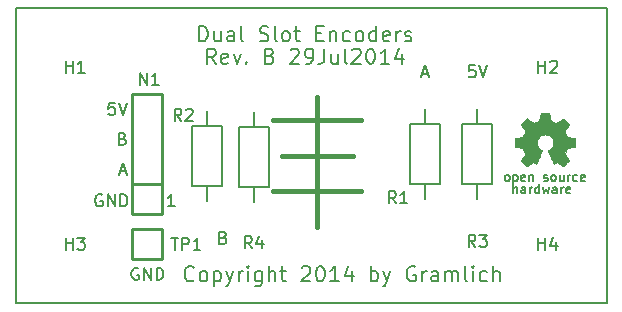
<source format=gto>
%FSLAX34Y34*%
G04 Gerber Fmt 3.4, Leading zero omitted, Abs format*
G04 (created by PCBNEW (2014-jan-25)-product) date Tue 29 Jul 2014 09:42:42 AM PDT*
%MOIN*%
G01*
G70*
G90*
G04 APERTURE LIST*
%ADD10C,0.003937*%
%ADD11C,0.008000*%
%ADD12C,0.015748*%
%ADD13C,0.006000*%
%ADD14C,0.007874*%
%ADD15C,0.010000*%
%ADD16C,0.005906*%
%ADD17C,0.000100*%
G04 APERTURE END LIST*
G54D10*
G54D11*
X43445Y-48050D02*
X43407Y-48030D01*
X43350Y-48030D01*
X43292Y-48050D01*
X43254Y-48088D01*
X43235Y-48126D01*
X43216Y-48202D01*
X43216Y-48259D01*
X43235Y-48335D01*
X43254Y-48373D01*
X43292Y-48411D01*
X43350Y-48430D01*
X43388Y-48430D01*
X43445Y-48411D01*
X43464Y-48392D01*
X43464Y-48259D01*
X43388Y-48259D01*
X43635Y-48430D02*
X43635Y-48030D01*
X43864Y-48430D01*
X43864Y-48030D01*
X44054Y-48430D02*
X44054Y-48030D01*
X44150Y-48030D01*
X44207Y-48050D01*
X44245Y-48088D01*
X44264Y-48126D01*
X44283Y-48202D01*
X44283Y-48259D01*
X44264Y-48335D01*
X44245Y-48373D01*
X44207Y-48411D01*
X44150Y-48430D01*
X44054Y-48430D01*
X54673Y-41280D02*
X54483Y-41280D01*
X54464Y-41471D01*
X54483Y-41452D01*
X54521Y-41433D01*
X54616Y-41433D01*
X54654Y-41452D01*
X54673Y-41471D01*
X54692Y-41509D01*
X54692Y-41604D01*
X54673Y-41642D01*
X54654Y-41661D01*
X54616Y-41680D01*
X54521Y-41680D01*
X54483Y-41661D01*
X54464Y-41642D01*
X54807Y-41280D02*
X54940Y-41680D01*
X55073Y-41280D01*
X46278Y-47021D02*
X46335Y-47040D01*
X46354Y-47059D01*
X46373Y-47097D01*
X46373Y-47154D01*
X46354Y-47192D01*
X46335Y-47211D01*
X46297Y-47230D01*
X46145Y-47230D01*
X46145Y-46830D01*
X46278Y-46830D01*
X46316Y-46850D01*
X46335Y-46869D01*
X46354Y-46907D01*
X46354Y-46945D01*
X46335Y-46983D01*
X46316Y-47002D01*
X46278Y-47021D01*
X46145Y-47021D01*
X52904Y-41566D02*
X53095Y-41566D01*
X52866Y-41680D02*
X53000Y-41280D01*
X53133Y-41680D01*
X42661Y-42530D02*
X42471Y-42530D01*
X42452Y-42721D01*
X42471Y-42702D01*
X42509Y-42683D01*
X42604Y-42683D01*
X42642Y-42702D01*
X42661Y-42721D01*
X42680Y-42759D01*
X42680Y-42854D01*
X42661Y-42892D01*
X42642Y-42911D01*
X42604Y-42930D01*
X42509Y-42930D01*
X42471Y-42911D01*
X42452Y-42892D01*
X42795Y-42530D02*
X42928Y-42930D01*
X43061Y-42530D01*
X42928Y-43721D02*
X42985Y-43740D01*
X43004Y-43759D01*
X43023Y-43797D01*
X43023Y-43854D01*
X43004Y-43892D01*
X42985Y-43911D01*
X42947Y-43930D01*
X42795Y-43930D01*
X42795Y-43530D01*
X42928Y-43530D01*
X42966Y-43550D01*
X42985Y-43569D01*
X43004Y-43607D01*
X43004Y-43645D01*
X42985Y-43683D01*
X42966Y-43702D01*
X42928Y-43721D01*
X42795Y-43721D01*
X42833Y-44816D02*
X43023Y-44816D01*
X42795Y-44930D02*
X42928Y-44530D01*
X43061Y-44930D01*
X42235Y-45600D02*
X42197Y-45580D01*
X42140Y-45580D01*
X42083Y-45600D01*
X42045Y-45638D01*
X42026Y-45676D01*
X42007Y-45752D01*
X42007Y-45809D01*
X42026Y-45885D01*
X42045Y-45923D01*
X42083Y-45961D01*
X42140Y-45980D01*
X42178Y-45980D01*
X42235Y-45961D01*
X42254Y-45942D01*
X42254Y-45809D01*
X42178Y-45809D01*
X42426Y-45980D02*
X42426Y-45580D01*
X42654Y-45980D01*
X42654Y-45580D01*
X42845Y-45980D02*
X42845Y-45580D01*
X42940Y-45580D01*
X42997Y-45600D01*
X43035Y-45638D01*
X43054Y-45676D01*
X43073Y-45752D01*
X43073Y-45809D01*
X43054Y-45885D01*
X43035Y-45923D01*
X42997Y-45961D01*
X42940Y-45980D01*
X42845Y-45980D01*
X44664Y-45980D02*
X44435Y-45980D01*
X44550Y-45980D02*
X44550Y-45580D01*
X44511Y-45638D01*
X44473Y-45676D01*
X44435Y-45695D01*
G54D12*
X47933Y-43110D02*
X50885Y-43110D01*
G54D11*
X45297Y-48428D02*
X45273Y-48452D01*
X45202Y-48476D01*
X45154Y-48476D01*
X45083Y-48452D01*
X45035Y-48404D01*
X45011Y-48357D01*
X44988Y-48261D01*
X44988Y-48190D01*
X45011Y-48095D01*
X45035Y-48047D01*
X45083Y-48000D01*
X45154Y-47976D01*
X45202Y-47976D01*
X45273Y-48000D01*
X45297Y-48023D01*
X45583Y-48476D02*
X45535Y-48452D01*
X45511Y-48428D01*
X45488Y-48380D01*
X45488Y-48238D01*
X45511Y-48190D01*
X45535Y-48166D01*
X45583Y-48142D01*
X45654Y-48142D01*
X45702Y-48166D01*
X45726Y-48190D01*
X45750Y-48238D01*
X45750Y-48380D01*
X45726Y-48428D01*
X45702Y-48452D01*
X45654Y-48476D01*
X45583Y-48476D01*
X45964Y-48142D02*
X45964Y-48642D01*
X45964Y-48166D02*
X46011Y-48142D01*
X46107Y-48142D01*
X46154Y-48166D01*
X46178Y-48190D01*
X46202Y-48238D01*
X46202Y-48380D01*
X46178Y-48428D01*
X46154Y-48452D01*
X46107Y-48476D01*
X46011Y-48476D01*
X45964Y-48452D01*
X46369Y-48142D02*
X46488Y-48476D01*
X46607Y-48142D02*
X46488Y-48476D01*
X46440Y-48595D01*
X46416Y-48619D01*
X46369Y-48642D01*
X46797Y-48476D02*
X46797Y-48142D01*
X46797Y-48238D02*
X46821Y-48190D01*
X46845Y-48166D01*
X46892Y-48142D01*
X46940Y-48142D01*
X47107Y-48476D02*
X47107Y-48142D01*
X47107Y-47976D02*
X47083Y-48000D01*
X47107Y-48023D01*
X47130Y-48000D01*
X47107Y-47976D01*
X47107Y-48023D01*
X47559Y-48142D02*
X47559Y-48547D01*
X47535Y-48595D01*
X47511Y-48619D01*
X47464Y-48642D01*
X47392Y-48642D01*
X47345Y-48619D01*
X47559Y-48452D02*
X47511Y-48476D01*
X47416Y-48476D01*
X47369Y-48452D01*
X47345Y-48428D01*
X47321Y-48380D01*
X47321Y-48238D01*
X47345Y-48190D01*
X47369Y-48166D01*
X47416Y-48142D01*
X47511Y-48142D01*
X47559Y-48166D01*
X47797Y-48476D02*
X47797Y-47976D01*
X48011Y-48476D02*
X48011Y-48214D01*
X47988Y-48166D01*
X47940Y-48142D01*
X47869Y-48142D01*
X47821Y-48166D01*
X47797Y-48190D01*
X48178Y-48142D02*
X48369Y-48142D01*
X48250Y-47976D02*
X48250Y-48404D01*
X48273Y-48452D01*
X48321Y-48476D01*
X48369Y-48476D01*
X48892Y-48023D02*
X48916Y-48000D01*
X48964Y-47976D01*
X49083Y-47976D01*
X49130Y-48000D01*
X49154Y-48023D01*
X49178Y-48071D01*
X49178Y-48119D01*
X49154Y-48190D01*
X48869Y-48476D01*
X49178Y-48476D01*
X49488Y-47976D02*
X49535Y-47976D01*
X49583Y-48000D01*
X49607Y-48023D01*
X49630Y-48071D01*
X49654Y-48166D01*
X49654Y-48285D01*
X49630Y-48380D01*
X49607Y-48428D01*
X49583Y-48452D01*
X49535Y-48476D01*
X49488Y-48476D01*
X49440Y-48452D01*
X49416Y-48428D01*
X49392Y-48380D01*
X49369Y-48285D01*
X49369Y-48166D01*
X49392Y-48071D01*
X49416Y-48023D01*
X49440Y-48000D01*
X49488Y-47976D01*
X50130Y-48476D02*
X49845Y-48476D01*
X49988Y-48476D02*
X49988Y-47976D01*
X49940Y-48047D01*
X49892Y-48095D01*
X49845Y-48119D01*
X50559Y-48142D02*
X50559Y-48476D01*
X50440Y-47952D02*
X50321Y-48309D01*
X50630Y-48309D01*
X51202Y-48476D02*
X51202Y-47976D01*
X51202Y-48166D02*
X51250Y-48142D01*
X51345Y-48142D01*
X51392Y-48166D01*
X51416Y-48190D01*
X51440Y-48238D01*
X51440Y-48380D01*
X51416Y-48428D01*
X51392Y-48452D01*
X51345Y-48476D01*
X51250Y-48476D01*
X51202Y-48452D01*
X51607Y-48142D02*
X51726Y-48476D01*
X51845Y-48142D02*
X51726Y-48476D01*
X51678Y-48595D01*
X51654Y-48619D01*
X51607Y-48642D01*
X52678Y-48000D02*
X52630Y-47976D01*
X52559Y-47976D01*
X52488Y-48000D01*
X52440Y-48047D01*
X52416Y-48095D01*
X52392Y-48190D01*
X52392Y-48261D01*
X52416Y-48357D01*
X52440Y-48404D01*
X52488Y-48452D01*
X52559Y-48476D01*
X52607Y-48476D01*
X52678Y-48452D01*
X52702Y-48428D01*
X52702Y-48261D01*
X52607Y-48261D01*
X52916Y-48476D02*
X52916Y-48142D01*
X52916Y-48238D02*
X52940Y-48190D01*
X52964Y-48166D01*
X53011Y-48142D01*
X53059Y-48142D01*
X53440Y-48476D02*
X53440Y-48214D01*
X53416Y-48166D01*
X53369Y-48142D01*
X53273Y-48142D01*
X53226Y-48166D01*
X53440Y-48452D02*
X53392Y-48476D01*
X53273Y-48476D01*
X53226Y-48452D01*
X53202Y-48404D01*
X53202Y-48357D01*
X53226Y-48309D01*
X53273Y-48285D01*
X53392Y-48285D01*
X53440Y-48261D01*
X53678Y-48476D02*
X53678Y-48142D01*
X53678Y-48190D02*
X53702Y-48166D01*
X53750Y-48142D01*
X53821Y-48142D01*
X53869Y-48166D01*
X53892Y-48214D01*
X53892Y-48476D01*
X53892Y-48214D02*
X53916Y-48166D01*
X53964Y-48142D01*
X54035Y-48142D01*
X54083Y-48166D01*
X54107Y-48214D01*
X54107Y-48476D01*
X54416Y-48476D02*
X54369Y-48452D01*
X54345Y-48404D01*
X54345Y-47976D01*
X54607Y-48476D02*
X54607Y-48142D01*
X54607Y-47976D02*
X54583Y-48000D01*
X54607Y-48023D01*
X54630Y-48000D01*
X54607Y-47976D01*
X54607Y-48023D01*
X55059Y-48452D02*
X55011Y-48476D01*
X54916Y-48476D01*
X54869Y-48452D01*
X54845Y-48428D01*
X54821Y-48380D01*
X54821Y-48238D01*
X54845Y-48190D01*
X54869Y-48166D01*
X54916Y-48142D01*
X55011Y-48142D01*
X55059Y-48166D01*
X55273Y-48476D02*
X55273Y-47976D01*
X55488Y-48476D02*
X55488Y-48214D01*
X55464Y-48166D01*
X55416Y-48142D01*
X55345Y-48142D01*
X55297Y-48166D01*
X55273Y-48190D01*
X46023Y-41226D02*
X45857Y-40988D01*
X45738Y-41226D02*
X45738Y-40726D01*
X45928Y-40726D01*
X45976Y-40750D01*
X46000Y-40773D01*
X46023Y-40821D01*
X46023Y-40892D01*
X46000Y-40940D01*
X45976Y-40964D01*
X45928Y-40988D01*
X45738Y-40988D01*
X46428Y-41202D02*
X46380Y-41226D01*
X46285Y-41226D01*
X46238Y-41202D01*
X46214Y-41154D01*
X46214Y-40964D01*
X46238Y-40916D01*
X46285Y-40892D01*
X46380Y-40892D01*
X46428Y-40916D01*
X46452Y-40964D01*
X46452Y-41011D01*
X46214Y-41059D01*
X46619Y-40892D02*
X46738Y-41226D01*
X46857Y-40892D01*
X47047Y-41178D02*
X47071Y-41202D01*
X47047Y-41226D01*
X47023Y-41202D01*
X47047Y-41178D01*
X47047Y-41226D01*
X47833Y-40964D02*
X47904Y-40988D01*
X47928Y-41011D01*
X47952Y-41059D01*
X47952Y-41130D01*
X47928Y-41178D01*
X47904Y-41202D01*
X47857Y-41226D01*
X47666Y-41226D01*
X47666Y-40726D01*
X47833Y-40726D01*
X47880Y-40750D01*
X47904Y-40773D01*
X47928Y-40821D01*
X47928Y-40869D01*
X47904Y-40916D01*
X47880Y-40940D01*
X47833Y-40964D01*
X47666Y-40964D01*
X48523Y-40773D02*
X48547Y-40750D01*
X48595Y-40726D01*
X48714Y-40726D01*
X48761Y-40750D01*
X48785Y-40773D01*
X48809Y-40821D01*
X48809Y-40869D01*
X48785Y-40940D01*
X48500Y-41226D01*
X48809Y-41226D01*
X49047Y-41226D02*
X49142Y-41226D01*
X49190Y-41202D01*
X49214Y-41178D01*
X49261Y-41107D01*
X49285Y-41011D01*
X49285Y-40821D01*
X49261Y-40773D01*
X49238Y-40750D01*
X49190Y-40726D01*
X49095Y-40726D01*
X49047Y-40750D01*
X49023Y-40773D01*
X49000Y-40821D01*
X49000Y-40940D01*
X49023Y-40988D01*
X49047Y-41011D01*
X49095Y-41035D01*
X49190Y-41035D01*
X49238Y-41011D01*
X49261Y-40988D01*
X49285Y-40940D01*
X49642Y-40726D02*
X49642Y-41083D01*
X49619Y-41154D01*
X49571Y-41202D01*
X49500Y-41226D01*
X49452Y-41226D01*
X50095Y-40892D02*
X50095Y-41226D01*
X49880Y-40892D02*
X49880Y-41154D01*
X49904Y-41202D01*
X49952Y-41226D01*
X50023Y-41226D01*
X50071Y-41202D01*
X50095Y-41178D01*
X50404Y-41226D02*
X50357Y-41202D01*
X50333Y-41154D01*
X50333Y-40726D01*
X50571Y-40773D02*
X50595Y-40750D01*
X50642Y-40726D01*
X50761Y-40726D01*
X50809Y-40750D01*
X50833Y-40773D01*
X50857Y-40821D01*
X50857Y-40869D01*
X50833Y-40940D01*
X50547Y-41226D01*
X50857Y-41226D01*
X51166Y-40726D02*
X51214Y-40726D01*
X51261Y-40750D01*
X51285Y-40773D01*
X51309Y-40821D01*
X51333Y-40916D01*
X51333Y-41035D01*
X51309Y-41130D01*
X51285Y-41178D01*
X51261Y-41202D01*
X51214Y-41226D01*
X51166Y-41226D01*
X51119Y-41202D01*
X51095Y-41178D01*
X51071Y-41130D01*
X51047Y-41035D01*
X51047Y-40916D01*
X51071Y-40821D01*
X51095Y-40773D01*
X51119Y-40750D01*
X51166Y-40726D01*
X51809Y-41226D02*
X51523Y-41226D01*
X51666Y-41226D02*
X51666Y-40726D01*
X51619Y-40797D01*
X51571Y-40845D01*
X51523Y-40869D01*
X52238Y-40892D02*
X52238Y-41226D01*
X52119Y-40702D02*
X52000Y-41059D01*
X52309Y-41059D01*
X45476Y-40476D02*
X45476Y-39976D01*
X45595Y-39976D01*
X45666Y-40000D01*
X45714Y-40047D01*
X45738Y-40095D01*
X45761Y-40190D01*
X45761Y-40261D01*
X45738Y-40357D01*
X45714Y-40404D01*
X45666Y-40452D01*
X45595Y-40476D01*
X45476Y-40476D01*
X46190Y-40142D02*
X46190Y-40476D01*
X45976Y-40142D02*
X45976Y-40404D01*
X46000Y-40452D01*
X46047Y-40476D01*
X46119Y-40476D01*
X46166Y-40452D01*
X46190Y-40428D01*
X46642Y-40476D02*
X46642Y-40214D01*
X46619Y-40166D01*
X46571Y-40142D01*
X46476Y-40142D01*
X46428Y-40166D01*
X46642Y-40452D02*
X46595Y-40476D01*
X46476Y-40476D01*
X46428Y-40452D01*
X46404Y-40404D01*
X46404Y-40357D01*
X46428Y-40309D01*
X46476Y-40285D01*
X46595Y-40285D01*
X46642Y-40261D01*
X46952Y-40476D02*
X46904Y-40452D01*
X46880Y-40404D01*
X46880Y-39976D01*
X47500Y-40452D02*
X47571Y-40476D01*
X47690Y-40476D01*
X47738Y-40452D01*
X47761Y-40428D01*
X47785Y-40380D01*
X47785Y-40333D01*
X47761Y-40285D01*
X47738Y-40261D01*
X47690Y-40238D01*
X47595Y-40214D01*
X47547Y-40190D01*
X47523Y-40166D01*
X47500Y-40119D01*
X47500Y-40071D01*
X47523Y-40023D01*
X47547Y-40000D01*
X47595Y-39976D01*
X47714Y-39976D01*
X47785Y-40000D01*
X48071Y-40476D02*
X48023Y-40452D01*
X48000Y-40404D01*
X48000Y-39976D01*
X48333Y-40476D02*
X48285Y-40452D01*
X48261Y-40428D01*
X48238Y-40380D01*
X48238Y-40238D01*
X48261Y-40190D01*
X48285Y-40166D01*
X48333Y-40142D01*
X48404Y-40142D01*
X48452Y-40166D01*
X48476Y-40190D01*
X48500Y-40238D01*
X48500Y-40380D01*
X48476Y-40428D01*
X48452Y-40452D01*
X48404Y-40476D01*
X48333Y-40476D01*
X48642Y-40142D02*
X48833Y-40142D01*
X48714Y-39976D02*
X48714Y-40404D01*
X48738Y-40452D01*
X48785Y-40476D01*
X48833Y-40476D01*
X49380Y-40214D02*
X49547Y-40214D01*
X49619Y-40476D02*
X49380Y-40476D01*
X49380Y-39976D01*
X49619Y-39976D01*
X49833Y-40142D02*
X49833Y-40476D01*
X49833Y-40190D02*
X49857Y-40166D01*
X49904Y-40142D01*
X49976Y-40142D01*
X50023Y-40166D01*
X50047Y-40214D01*
X50047Y-40476D01*
X50500Y-40452D02*
X50452Y-40476D01*
X50357Y-40476D01*
X50309Y-40452D01*
X50285Y-40428D01*
X50261Y-40380D01*
X50261Y-40238D01*
X50285Y-40190D01*
X50309Y-40166D01*
X50357Y-40142D01*
X50452Y-40142D01*
X50500Y-40166D01*
X50785Y-40476D02*
X50738Y-40452D01*
X50714Y-40428D01*
X50690Y-40380D01*
X50690Y-40238D01*
X50714Y-40190D01*
X50738Y-40166D01*
X50785Y-40142D01*
X50857Y-40142D01*
X50904Y-40166D01*
X50928Y-40190D01*
X50952Y-40238D01*
X50952Y-40380D01*
X50928Y-40428D01*
X50904Y-40452D01*
X50857Y-40476D01*
X50785Y-40476D01*
X51380Y-40476D02*
X51380Y-39976D01*
X51380Y-40452D02*
X51333Y-40476D01*
X51238Y-40476D01*
X51190Y-40452D01*
X51166Y-40428D01*
X51142Y-40380D01*
X51142Y-40238D01*
X51166Y-40190D01*
X51190Y-40166D01*
X51238Y-40142D01*
X51333Y-40142D01*
X51380Y-40166D01*
X51809Y-40452D02*
X51761Y-40476D01*
X51666Y-40476D01*
X51619Y-40452D01*
X51595Y-40404D01*
X51595Y-40214D01*
X51619Y-40166D01*
X51666Y-40142D01*
X51761Y-40142D01*
X51809Y-40166D01*
X51833Y-40214D01*
X51833Y-40261D01*
X51595Y-40309D01*
X52047Y-40476D02*
X52047Y-40142D01*
X52047Y-40238D02*
X52071Y-40190D01*
X52095Y-40166D01*
X52142Y-40142D01*
X52190Y-40142D01*
X52333Y-40452D02*
X52380Y-40476D01*
X52476Y-40476D01*
X52523Y-40452D01*
X52547Y-40404D01*
X52547Y-40380D01*
X52523Y-40333D01*
X52476Y-40309D01*
X52404Y-40309D01*
X52357Y-40285D01*
X52333Y-40238D01*
X52333Y-40214D01*
X52357Y-40166D01*
X52404Y-40142D01*
X52476Y-40142D01*
X52523Y-40166D01*
G54D13*
X55952Y-45543D02*
X55952Y-45243D01*
X56080Y-45543D02*
X56080Y-45386D01*
X56066Y-45358D01*
X56037Y-45343D01*
X55995Y-45343D01*
X55966Y-45358D01*
X55952Y-45372D01*
X56352Y-45543D02*
X56352Y-45386D01*
X56337Y-45358D01*
X56309Y-45343D01*
X56252Y-45343D01*
X56223Y-45358D01*
X56352Y-45529D02*
X56323Y-45543D01*
X56252Y-45543D01*
X56223Y-45529D01*
X56209Y-45500D01*
X56209Y-45472D01*
X56223Y-45443D01*
X56252Y-45429D01*
X56323Y-45429D01*
X56352Y-45415D01*
X56495Y-45543D02*
X56495Y-45343D01*
X56495Y-45400D02*
X56509Y-45372D01*
X56523Y-45358D01*
X56552Y-45343D01*
X56580Y-45343D01*
X56809Y-45543D02*
X56809Y-45243D01*
X56809Y-45529D02*
X56780Y-45543D01*
X56723Y-45543D01*
X56695Y-45529D01*
X56680Y-45515D01*
X56666Y-45486D01*
X56666Y-45400D01*
X56680Y-45372D01*
X56695Y-45358D01*
X56723Y-45343D01*
X56780Y-45343D01*
X56809Y-45358D01*
X56923Y-45343D02*
X56980Y-45543D01*
X57037Y-45400D01*
X57095Y-45543D01*
X57152Y-45343D01*
X57395Y-45543D02*
X57395Y-45386D01*
X57380Y-45358D01*
X57352Y-45343D01*
X57295Y-45343D01*
X57266Y-45358D01*
X57395Y-45529D02*
X57366Y-45543D01*
X57295Y-45543D01*
X57266Y-45529D01*
X57252Y-45500D01*
X57252Y-45472D01*
X57266Y-45443D01*
X57295Y-45429D01*
X57366Y-45429D01*
X57395Y-45415D01*
X57537Y-45543D02*
X57537Y-45343D01*
X57537Y-45400D02*
X57552Y-45372D01*
X57566Y-45358D01*
X57595Y-45343D01*
X57623Y-45343D01*
X57837Y-45529D02*
X57809Y-45543D01*
X57752Y-45543D01*
X57723Y-45529D01*
X57709Y-45500D01*
X57709Y-45386D01*
X57723Y-45358D01*
X57752Y-45343D01*
X57809Y-45343D01*
X57837Y-45358D01*
X57852Y-45386D01*
X57852Y-45415D01*
X57709Y-45443D01*
X55721Y-45135D02*
X55692Y-45121D01*
X55678Y-45107D01*
X55664Y-45078D01*
X55664Y-44992D01*
X55678Y-44964D01*
X55692Y-44950D01*
X55721Y-44935D01*
X55764Y-44935D01*
X55792Y-44950D01*
X55807Y-44964D01*
X55821Y-44992D01*
X55821Y-45078D01*
X55807Y-45107D01*
X55792Y-45121D01*
X55764Y-45135D01*
X55721Y-45135D01*
X55950Y-44935D02*
X55950Y-45235D01*
X55950Y-44950D02*
X55978Y-44935D01*
X56035Y-44935D01*
X56064Y-44950D01*
X56078Y-44964D01*
X56092Y-44992D01*
X56092Y-45078D01*
X56078Y-45107D01*
X56064Y-45121D01*
X56035Y-45135D01*
X55978Y-45135D01*
X55950Y-45121D01*
X56335Y-45121D02*
X56307Y-45135D01*
X56250Y-45135D01*
X56221Y-45121D01*
X56207Y-45092D01*
X56207Y-44978D01*
X56221Y-44950D01*
X56250Y-44935D01*
X56307Y-44935D01*
X56335Y-44950D01*
X56350Y-44978D01*
X56350Y-45007D01*
X56207Y-45035D01*
X56478Y-44935D02*
X56478Y-45135D01*
X56478Y-44964D02*
X56492Y-44950D01*
X56521Y-44935D01*
X56564Y-44935D01*
X56592Y-44950D01*
X56607Y-44978D01*
X56607Y-45135D01*
X56964Y-45121D02*
X56992Y-45135D01*
X57050Y-45135D01*
X57078Y-45121D01*
X57092Y-45092D01*
X57092Y-45078D01*
X57078Y-45050D01*
X57050Y-45035D01*
X57007Y-45035D01*
X56978Y-45021D01*
X56964Y-44992D01*
X56964Y-44978D01*
X56978Y-44950D01*
X57007Y-44935D01*
X57050Y-44935D01*
X57078Y-44950D01*
X57264Y-45135D02*
X57235Y-45121D01*
X57221Y-45107D01*
X57207Y-45078D01*
X57207Y-44992D01*
X57221Y-44964D01*
X57235Y-44950D01*
X57264Y-44935D01*
X57307Y-44935D01*
X57335Y-44950D01*
X57350Y-44964D01*
X57364Y-44992D01*
X57364Y-45078D01*
X57350Y-45107D01*
X57335Y-45121D01*
X57307Y-45135D01*
X57264Y-45135D01*
X57621Y-44935D02*
X57621Y-45135D01*
X57492Y-44935D02*
X57492Y-45092D01*
X57507Y-45121D01*
X57535Y-45135D01*
X57578Y-45135D01*
X57607Y-45121D01*
X57621Y-45107D01*
X57764Y-45135D02*
X57764Y-44935D01*
X57764Y-44992D02*
X57778Y-44964D01*
X57792Y-44950D01*
X57821Y-44935D01*
X57850Y-44935D01*
X58078Y-45121D02*
X58050Y-45135D01*
X57992Y-45135D01*
X57964Y-45121D01*
X57950Y-45107D01*
X57935Y-45078D01*
X57935Y-44992D01*
X57950Y-44964D01*
X57964Y-44950D01*
X57992Y-44935D01*
X58050Y-44935D01*
X58078Y-44950D01*
X58321Y-45121D02*
X58292Y-45135D01*
X58235Y-45135D01*
X58207Y-45121D01*
X58192Y-45092D01*
X58192Y-44978D01*
X58207Y-44950D01*
X58235Y-44935D01*
X58292Y-44935D01*
X58321Y-44950D01*
X58335Y-44978D01*
X58335Y-45007D01*
X58192Y-45035D01*
G54D12*
X47933Y-45472D02*
X50885Y-45472D01*
X49409Y-42322D02*
X49409Y-46653D01*
X48228Y-44291D02*
X50590Y-44291D01*
G54D11*
X39370Y-49212D02*
X39370Y-39370D01*
X59055Y-49212D02*
X39370Y-49212D01*
X59055Y-39370D02*
X59055Y-49212D01*
X39370Y-39370D02*
X59055Y-39370D01*
G54D14*
X39370Y-39370D02*
X59055Y-39370D01*
G54D15*
X44250Y-45250D02*
X44250Y-42250D01*
X43250Y-45250D02*
X43250Y-42250D01*
X43250Y-46250D02*
X43250Y-45250D01*
X44250Y-42250D02*
X43250Y-42250D01*
X43250Y-45250D02*
X44250Y-45250D01*
X43250Y-46250D02*
X44250Y-46250D01*
X44250Y-46250D02*
X44250Y-45250D01*
G54D16*
X53000Y-43250D02*
X53000Y-42750D01*
X53000Y-45250D02*
X53000Y-45750D01*
X52500Y-45250D02*
X53500Y-45250D01*
X53500Y-45250D02*
X53500Y-43250D01*
X53500Y-43250D02*
X52500Y-43250D01*
X52500Y-43250D02*
X52500Y-45250D01*
X45750Y-45300D02*
X45750Y-45800D01*
X45750Y-43300D02*
X45750Y-42800D01*
X46250Y-43300D02*
X45250Y-43300D01*
X45250Y-43300D02*
X45250Y-45300D01*
X45250Y-45300D02*
X46250Y-45300D01*
X46250Y-45300D02*
X46250Y-43300D01*
X54750Y-43250D02*
X54750Y-42750D01*
X54750Y-45250D02*
X54750Y-45750D01*
X54250Y-45250D02*
X55250Y-45250D01*
X55250Y-45250D02*
X55250Y-43250D01*
X55250Y-43250D02*
X54250Y-43250D01*
X54250Y-43250D02*
X54250Y-45250D01*
X47300Y-43350D02*
X47300Y-42850D01*
X47300Y-45350D02*
X47300Y-45850D01*
X46800Y-45350D02*
X47800Y-45350D01*
X47800Y-45350D02*
X47800Y-43350D01*
X47800Y-43350D02*
X46800Y-43350D01*
X46800Y-43350D02*
X46800Y-45350D01*
G54D15*
X43250Y-46750D02*
X43250Y-47750D01*
X43250Y-47750D02*
X44250Y-47750D01*
X44250Y-47750D02*
X44250Y-46750D01*
X44250Y-46750D02*
X43250Y-46750D01*
G54D17*
G36*
X56394Y-44648D02*
X56405Y-44643D01*
X56428Y-44628D01*
X56461Y-44606D01*
X56501Y-44579D01*
X56540Y-44553D01*
X56573Y-44531D01*
X56596Y-44516D01*
X56605Y-44511D01*
X56610Y-44513D01*
X56629Y-44522D01*
X56657Y-44536D01*
X56672Y-44544D01*
X56698Y-44555D01*
X56710Y-44557D01*
X56712Y-44554D01*
X56721Y-44535D01*
X56736Y-44502D01*
X56755Y-44459D01*
X56776Y-44408D01*
X56799Y-44353D01*
X56823Y-44297D01*
X56845Y-44244D01*
X56864Y-44196D01*
X56880Y-44157D01*
X56890Y-44130D01*
X56894Y-44118D01*
X56893Y-44116D01*
X56880Y-44104D01*
X56858Y-44087D01*
X56811Y-44049D01*
X56764Y-43991D01*
X56736Y-43924D01*
X56727Y-43851D01*
X56735Y-43783D01*
X56761Y-43718D01*
X56807Y-43659D01*
X56863Y-43615D01*
X56927Y-43587D01*
X57000Y-43578D01*
X57069Y-43586D01*
X57136Y-43612D01*
X57195Y-43657D01*
X57220Y-43686D01*
X57255Y-43746D01*
X57274Y-43809D01*
X57276Y-43826D01*
X57273Y-43896D01*
X57253Y-43963D01*
X57215Y-44023D01*
X57164Y-44073D01*
X57158Y-44077D01*
X57134Y-44095D01*
X57118Y-44107D01*
X57105Y-44118D01*
X57195Y-44333D01*
X57209Y-44367D01*
X57233Y-44426D01*
X57255Y-44477D01*
X57272Y-44517D01*
X57284Y-44544D01*
X57289Y-44555D01*
X57290Y-44555D01*
X57298Y-44557D01*
X57314Y-44551D01*
X57344Y-44536D01*
X57364Y-44526D01*
X57387Y-44515D01*
X57397Y-44511D01*
X57406Y-44516D01*
X57428Y-44530D01*
X57460Y-44551D01*
X57499Y-44577D01*
X57535Y-44602D01*
X57569Y-44625D01*
X57594Y-44640D01*
X57605Y-44647D01*
X57607Y-44647D01*
X57618Y-44641D01*
X57637Y-44625D01*
X57667Y-44597D01*
X57708Y-44556D01*
X57714Y-44550D01*
X57748Y-44515D01*
X57776Y-44486D01*
X57795Y-44465D01*
X57801Y-44456D01*
X57801Y-44456D01*
X57795Y-44444D01*
X57780Y-44420D01*
X57757Y-44385D01*
X57730Y-44345D01*
X57659Y-44242D01*
X57698Y-44144D01*
X57710Y-44114D01*
X57725Y-44078D01*
X57737Y-44052D01*
X57743Y-44041D01*
X57753Y-44037D01*
X57780Y-44030D01*
X57819Y-44022D01*
X57865Y-44014D01*
X57909Y-44006D01*
X57949Y-43998D01*
X57978Y-43993D01*
X57991Y-43990D01*
X57994Y-43988D01*
X57996Y-43982D01*
X57998Y-43968D01*
X57999Y-43944D01*
X57999Y-43906D01*
X57999Y-43851D01*
X57999Y-43845D01*
X57999Y-43792D01*
X57998Y-43750D01*
X57997Y-43724D01*
X57995Y-43713D01*
X57995Y-43713D01*
X57982Y-43710D01*
X57954Y-43704D01*
X57914Y-43696D01*
X57867Y-43687D01*
X57864Y-43686D01*
X57817Y-43677D01*
X57777Y-43669D01*
X57749Y-43662D01*
X57737Y-43659D01*
X57735Y-43655D01*
X57725Y-43637D01*
X57712Y-43608D01*
X57696Y-43572D01*
X57681Y-43535D01*
X57667Y-43501D01*
X57658Y-43476D01*
X57656Y-43465D01*
X57656Y-43465D01*
X57663Y-43453D01*
X57679Y-43429D01*
X57702Y-43395D01*
X57730Y-43355D01*
X57732Y-43352D01*
X57759Y-43312D01*
X57781Y-43278D01*
X57796Y-43254D01*
X57801Y-43243D01*
X57801Y-43242D01*
X57792Y-43230D01*
X57772Y-43208D01*
X57743Y-43177D01*
X57708Y-43142D01*
X57697Y-43131D01*
X57658Y-43093D01*
X57631Y-43068D01*
X57614Y-43055D01*
X57606Y-43052D01*
X57606Y-43052D01*
X57594Y-43059D01*
X57568Y-43076D01*
X57534Y-43099D01*
X57494Y-43127D01*
X57491Y-43129D01*
X57451Y-43156D01*
X57417Y-43178D01*
X57394Y-43194D01*
X57383Y-43200D01*
X57382Y-43200D01*
X57365Y-43195D01*
X57337Y-43185D01*
X57302Y-43172D01*
X57265Y-43157D01*
X57231Y-43143D01*
X57206Y-43131D01*
X57194Y-43125D01*
X57194Y-43124D01*
X57190Y-43110D01*
X57183Y-43080D01*
X57174Y-43039D01*
X57165Y-42990D01*
X57164Y-42982D01*
X57155Y-42934D01*
X57147Y-42895D01*
X57141Y-42868D01*
X57139Y-42856D01*
X57132Y-42855D01*
X57108Y-42853D01*
X57073Y-42852D01*
X57030Y-42852D01*
X56985Y-42852D01*
X56941Y-42853D01*
X56903Y-42854D01*
X56876Y-42856D01*
X56865Y-42858D01*
X56865Y-42859D01*
X56860Y-42874D01*
X56854Y-42904D01*
X56845Y-42945D01*
X56836Y-42994D01*
X56834Y-43003D01*
X56825Y-43050D01*
X56817Y-43089D01*
X56812Y-43116D01*
X56809Y-43127D01*
X56804Y-43129D01*
X56785Y-43138D01*
X56753Y-43151D01*
X56713Y-43167D01*
X56622Y-43204D01*
X56510Y-43127D01*
X56499Y-43120D01*
X56459Y-43092D01*
X56426Y-43070D01*
X56403Y-43055D01*
X56393Y-43050D01*
X56392Y-43050D01*
X56381Y-43060D01*
X56359Y-43081D01*
X56329Y-43111D01*
X56293Y-43146D01*
X56267Y-43172D01*
X56236Y-43203D01*
X56217Y-43225D01*
X56206Y-43238D01*
X56202Y-43246D01*
X56203Y-43252D01*
X56210Y-43263D01*
X56227Y-43288D01*
X56250Y-43322D01*
X56277Y-43362D01*
X56300Y-43395D01*
X56324Y-43433D01*
X56340Y-43460D01*
X56345Y-43473D01*
X56344Y-43478D01*
X56336Y-43500D01*
X56323Y-43533D01*
X56306Y-43573D01*
X56267Y-43662D01*
X56209Y-43673D01*
X56173Y-43680D01*
X56124Y-43689D01*
X56077Y-43698D01*
X56003Y-43713D01*
X56000Y-43983D01*
X56012Y-43988D01*
X56023Y-43991D01*
X56050Y-43997D01*
X56089Y-44005D01*
X56135Y-44013D01*
X56174Y-44021D01*
X56214Y-44028D01*
X56242Y-44034D01*
X56255Y-44036D01*
X56258Y-44041D01*
X56268Y-44060D01*
X56282Y-44090D01*
X56298Y-44127D01*
X56313Y-44165D01*
X56327Y-44200D01*
X56337Y-44226D01*
X56341Y-44240D01*
X56335Y-44251D01*
X56320Y-44274D01*
X56298Y-44307D01*
X56272Y-44346D01*
X56245Y-44385D01*
X56222Y-44419D01*
X56206Y-44443D01*
X56200Y-44454D01*
X56203Y-44462D01*
X56219Y-44481D01*
X56248Y-44511D01*
X56292Y-44555D01*
X56300Y-44562D01*
X56335Y-44596D01*
X56364Y-44623D01*
X56385Y-44641D01*
X56394Y-44648D01*
X56394Y-44648D01*
G37*
X56394Y-44648D02*
X56405Y-44643D01*
X56428Y-44628D01*
X56461Y-44606D01*
X56501Y-44579D01*
X56540Y-44553D01*
X56573Y-44531D01*
X56596Y-44516D01*
X56605Y-44511D01*
X56610Y-44513D01*
X56629Y-44522D01*
X56657Y-44536D01*
X56672Y-44544D01*
X56698Y-44555D01*
X56710Y-44557D01*
X56712Y-44554D01*
X56721Y-44535D01*
X56736Y-44502D01*
X56755Y-44459D01*
X56776Y-44408D01*
X56799Y-44353D01*
X56823Y-44297D01*
X56845Y-44244D01*
X56864Y-44196D01*
X56880Y-44157D01*
X56890Y-44130D01*
X56894Y-44118D01*
X56893Y-44116D01*
X56880Y-44104D01*
X56858Y-44087D01*
X56811Y-44049D01*
X56764Y-43991D01*
X56736Y-43924D01*
X56727Y-43851D01*
X56735Y-43783D01*
X56761Y-43718D01*
X56807Y-43659D01*
X56863Y-43615D01*
X56927Y-43587D01*
X57000Y-43578D01*
X57069Y-43586D01*
X57136Y-43612D01*
X57195Y-43657D01*
X57220Y-43686D01*
X57255Y-43746D01*
X57274Y-43809D01*
X57276Y-43826D01*
X57273Y-43896D01*
X57253Y-43963D01*
X57215Y-44023D01*
X57164Y-44073D01*
X57158Y-44077D01*
X57134Y-44095D01*
X57118Y-44107D01*
X57105Y-44118D01*
X57195Y-44333D01*
X57209Y-44367D01*
X57233Y-44426D01*
X57255Y-44477D01*
X57272Y-44517D01*
X57284Y-44544D01*
X57289Y-44555D01*
X57290Y-44555D01*
X57298Y-44557D01*
X57314Y-44551D01*
X57344Y-44536D01*
X57364Y-44526D01*
X57387Y-44515D01*
X57397Y-44511D01*
X57406Y-44516D01*
X57428Y-44530D01*
X57460Y-44551D01*
X57499Y-44577D01*
X57535Y-44602D01*
X57569Y-44625D01*
X57594Y-44640D01*
X57605Y-44647D01*
X57607Y-44647D01*
X57618Y-44641D01*
X57637Y-44625D01*
X57667Y-44597D01*
X57708Y-44556D01*
X57714Y-44550D01*
X57748Y-44515D01*
X57776Y-44486D01*
X57795Y-44465D01*
X57801Y-44456D01*
X57801Y-44456D01*
X57795Y-44444D01*
X57780Y-44420D01*
X57757Y-44385D01*
X57730Y-44345D01*
X57659Y-44242D01*
X57698Y-44144D01*
X57710Y-44114D01*
X57725Y-44078D01*
X57737Y-44052D01*
X57743Y-44041D01*
X57753Y-44037D01*
X57780Y-44030D01*
X57819Y-44022D01*
X57865Y-44014D01*
X57909Y-44006D01*
X57949Y-43998D01*
X57978Y-43993D01*
X57991Y-43990D01*
X57994Y-43988D01*
X57996Y-43982D01*
X57998Y-43968D01*
X57999Y-43944D01*
X57999Y-43906D01*
X57999Y-43851D01*
X57999Y-43845D01*
X57999Y-43792D01*
X57998Y-43750D01*
X57997Y-43724D01*
X57995Y-43713D01*
X57995Y-43713D01*
X57982Y-43710D01*
X57954Y-43704D01*
X57914Y-43696D01*
X57867Y-43687D01*
X57864Y-43686D01*
X57817Y-43677D01*
X57777Y-43669D01*
X57749Y-43662D01*
X57737Y-43659D01*
X57735Y-43655D01*
X57725Y-43637D01*
X57712Y-43608D01*
X57696Y-43572D01*
X57681Y-43535D01*
X57667Y-43501D01*
X57658Y-43476D01*
X57656Y-43465D01*
X57656Y-43465D01*
X57663Y-43453D01*
X57679Y-43429D01*
X57702Y-43395D01*
X57730Y-43355D01*
X57732Y-43352D01*
X57759Y-43312D01*
X57781Y-43278D01*
X57796Y-43254D01*
X57801Y-43243D01*
X57801Y-43242D01*
X57792Y-43230D01*
X57772Y-43208D01*
X57743Y-43177D01*
X57708Y-43142D01*
X57697Y-43131D01*
X57658Y-43093D01*
X57631Y-43068D01*
X57614Y-43055D01*
X57606Y-43052D01*
X57606Y-43052D01*
X57594Y-43059D01*
X57568Y-43076D01*
X57534Y-43099D01*
X57494Y-43127D01*
X57491Y-43129D01*
X57451Y-43156D01*
X57417Y-43178D01*
X57394Y-43194D01*
X57383Y-43200D01*
X57382Y-43200D01*
X57365Y-43195D01*
X57337Y-43185D01*
X57302Y-43172D01*
X57265Y-43157D01*
X57231Y-43143D01*
X57206Y-43131D01*
X57194Y-43125D01*
X57194Y-43124D01*
X57190Y-43110D01*
X57183Y-43080D01*
X57174Y-43039D01*
X57165Y-42990D01*
X57164Y-42982D01*
X57155Y-42934D01*
X57147Y-42895D01*
X57141Y-42868D01*
X57139Y-42856D01*
X57132Y-42855D01*
X57108Y-42853D01*
X57073Y-42852D01*
X57030Y-42852D01*
X56985Y-42852D01*
X56941Y-42853D01*
X56903Y-42854D01*
X56876Y-42856D01*
X56865Y-42858D01*
X56865Y-42859D01*
X56860Y-42874D01*
X56854Y-42904D01*
X56845Y-42945D01*
X56836Y-42994D01*
X56834Y-43003D01*
X56825Y-43050D01*
X56817Y-43089D01*
X56812Y-43116D01*
X56809Y-43127D01*
X56804Y-43129D01*
X56785Y-43138D01*
X56753Y-43151D01*
X56713Y-43167D01*
X56622Y-43204D01*
X56510Y-43127D01*
X56499Y-43120D01*
X56459Y-43092D01*
X56426Y-43070D01*
X56403Y-43055D01*
X56393Y-43050D01*
X56392Y-43050D01*
X56381Y-43060D01*
X56359Y-43081D01*
X56329Y-43111D01*
X56293Y-43146D01*
X56267Y-43172D01*
X56236Y-43203D01*
X56217Y-43225D01*
X56206Y-43238D01*
X56202Y-43246D01*
X56203Y-43252D01*
X56210Y-43263D01*
X56227Y-43288D01*
X56250Y-43322D01*
X56277Y-43362D01*
X56300Y-43395D01*
X56324Y-43433D01*
X56340Y-43460D01*
X56345Y-43473D01*
X56344Y-43478D01*
X56336Y-43500D01*
X56323Y-43533D01*
X56306Y-43573D01*
X56267Y-43662D01*
X56209Y-43673D01*
X56173Y-43680D01*
X56124Y-43689D01*
X56077Y-43698D01*
X56003Y-43713D01*
X56000Y-43983D01*
X56012Y-43988D01*
X56023Y-43991D01*
X56050Y-43997D01*
X56089Y-44005D01*
X56135Y-44013D01*
X56174Y-44021D01*
X56214Y-44028D01*
X56242Y-44034D01*
X56255Y-44036D01*
X56258Y-44041D01*
X56268Y-44060D01*
X56282Y-44090D01*
X56298Y-44127D01*
X56313Y-44165D01*
X56327Y-44200D01*
X56337Y-44226D01*
X56341Y-44240D01*
X56335Y-44251D01*
X56320Y-44274D01*
X56298Y-44307D01*
X56272Y-44346D01*
X56245Y-44385D01*
X56222Y-44419D01*
X56206Y-44443D01*
X56200Y-44454D01*
X56203Y-44462D01*
X56219Y-44481D01*
X56248Y-44511D01*
X56292Y-44555D01*
X56300Y-44562D01*
X56335Y-44596D01*
X56364Y-44623D01*
X56385Y-44641D01*
X56394Y-44648D01*
G54D11*
X41033Y-41519D02*
X41033Y-41119D01*
X41033Y-41310D02*
X41262Y-41310D01*
X41262Y-41519D02*
X41262Y-41119D01*
X41662Y-41519D02*
X41433Y-41519D01*
X41548Y-41519D02*
X41548Y-41119D01*
X41510Y-41176D01*
X41471Y-41214D01*
X41433Y-41233D01*
X56781Y-41519D02*
X56781Y-41119D01*
X56781Y-41310D02*
X57010Y-41310D01*
X57010Y-41519D02*
X57010Y-41119D01*
X57181Y-41157D02*
X57200Y-41138D01*
X57238Y-41119D01*
X57334Y-41119D01*
X57372Y-41138D01*
X57391Y-41157D01*
X57410Y-41195D01*
X57410Y-41233D01*
X57391Y-41290D01*
X57162Y-41519D01*
X57410Y-41519D01*
X41033Y-47425D02*
X41033Y-47025D01*
X41033Y-47215D02*
X41262Y-47215D01*
X41262Y-47425D02*
X41262Y-47025D01*
X41414Y-47025D02*
X41662Y-47025D01*
X41529Y-47177D01*
X41586Y-47177D01*
X41624Y-47196D01*
X41643Y-47215D01*
X41662Y-47253D01*
X41662Y-47348D01*
X41643Y-47386D01*
X41624Y-47405D01*
X41586Y-47425D01*
X41471Y-47425D01*
X41433Y-47405D01*
X41414Y-47386D01*
X56781Y-47425D02*
X56781Y-47025D01*
X56781Y-47215D02*
X57010Y-47215D01*
X57010Y-47425D02*
X57010Y-47025D01*
X57372Y-47158D02*
X57372Y-47425D01*
X57277Y-47005D02*
X57181Y-47291D01*
X57429Y-47291D01*
X43495Y-41930D02*
X43495Y-41530D01*
X43723Y-41930D01*
X43723Y-41530D01*
X44123Y-41930D02*
X43895Y-41930D01*
X44009Y-41930D02*
X44009Y-41530D01*
X43971Y-41588D01*
X43933Y-41626D01*
X43895Y-41645D01*
X52033Y-45880D02*
X51900Y-45690D01*
X51804Y-45880D02*
X51804Y-45480D01*
X51957Y-45480D01*
X51995Y-45500D01*
X52014Y-45519D01*
X52033Y-45557D01*
X52033Y-45614D01*
X52014Y-45652D01*
X51995Y-45671D01*
X51957Y-45690D01*
X51804Y-45690D01*
X52414Y-45880D02*
X52185Y-45880D01*
X52300Y-45880D02*
X52300Y-45480D01*
X52261Y-45538D01*
X52223Y-45576D01*
X52185Y-45595D01*
X44883Y-43130D02*
X44750Y-42940D01*
X44654Y-43130D02*
X44654Y-42730D01*
X44807Y-42730D01*
X44845Y-42750D01*
X44864Y-42769D01*
X44883Y-42807D01*
X44883Y-42864D01*
X44864Y-42902D01*
X44845Y-42921D01*
X44807Y-42940D01*
X44654Y-42940D01*
X45035Y-42769D02*
X45054Y-42750D01*
X45092Y-42730D01*
X45188Y-42730D01*
X45226Y-42750D01*
X45245Y-42769D01*
X45264Y-42807D01*
X45264Y-42845D01*
X45245Y-42902D01*
X45016Y-43130D01*
X45264Y-43130D01*
X54683Y-47330D02*
X54550Y-47140D01*
X54454Y-47330D02*
X54454Y-46930D01*
X54607Y-46930D01*
X54645Y-46950D01*
X54664Y-46969D01*
X54683Y-47007D01*
X54683Y-47064D01*
X54664Y-47102D01*
X54645Y-47121D01*
X54607Y-47140D01*
X54454Y-47140D01*
X54816Y-46930D02*
X55064Y-46930D01*
X54930Y-47083D01*
X54988Y-47083D01*
X55026Y-47102D01*
X55045Y-47121D01*
X55064Y-47159D01*
X55064Y-47254D01*
X55045Y-47292D01*
X55026Y-47311D01*
X54988Y-47330D01*
X54873Y-47330D01*
X54835Y-47311D01*
X54816Y-47292D01*
X47233Y-47380D02*
X47100Y-47190D01*
X47004Y-47380D02*
X47004Y-46980D01*
X47157Y-46980D01*
X47195Y-47000D01*
X47214Y-47019D01*
X47233Y-47057D01*
X47233Y-47114D01*
X47214Y-47152D01*
X47195Y-47171D01*
X47157Y-47190D01*
X47004Y-47190D01*
X47576Y-47114D02*
X47576Y-47380D01*
X47480Y-46961D02*
X47385Y-47247D01*
X47633Y-47247D01*
X44545Y-47030D02*
X44773Y-47030D01*
X44659Y-47430D02*
X44659Y-47030D01*
X44907Y-47430D02*
X44907Y-47030D01*
X45059Y-47030D01*
X45097Y-47050D01*
X45116Y-47069D01*
X45135Y-47107D01*
X45135Y-47164D01*
X45116Y-47202D01*
X45097Y-47221D01*
X45059Y-47240D01*
X44907Y-47240D01*
X45516Y-47430D02*
X45288Y-47430D01*
X45402Y-47430D02*
X45402Y-47030D01*
X45364Y-47088D01*
X45326Y-47126D01*
X45288Y-47145D01*
M02*

</source>
